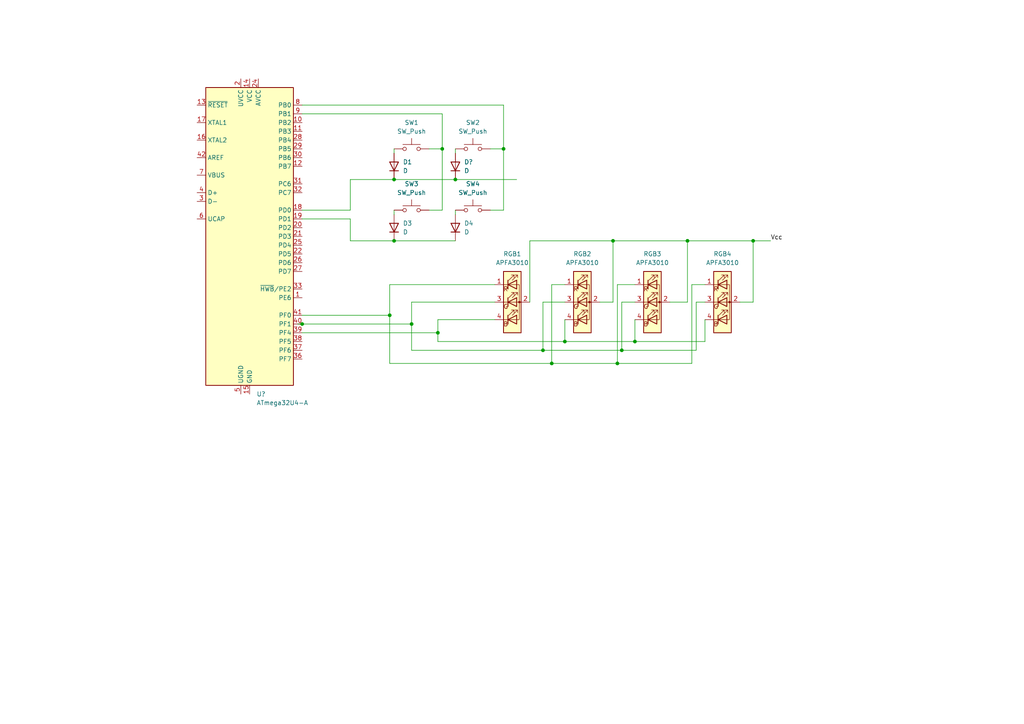
<source format=kicad_sch>
(kicad_sch (version 20211123) (generator eeschema)
  (paper "A4")
  (lib_symbols
    (symbol "Device:D" (pin_numbers hide) (pin_names (offset 1.016) hide)
      (property "Reference" "D" (at 0 2.54 0))
      (property "Value" "D" (at 0 -2.54 0))
      (symbol "D_0_1"
        (polyline (pts (xy -1.27 1.27) (xy -1.27 -1.27)) (stroke (width 0.254)))
        (polyline (pts (xy 1.27 0) (xy -1.27 0)))
        (polyline (pts (xy 1.27 1.27) (xy 1.27 -1.27) (xy -1.27 0) (xy 1.27 1.27)) (stroke (width 0.254)))
      )
      (symbol "D_1_1"
        (pin passive line (at -3.81 0 0) (length 2.54) (name "K") (number "1"))
        (pin passive line (at 3.81 0 180) (length 2.54) (name "A") (number "2"))
      )
    )
    (symbol "LED:APFA3010" (pin_names (offset 0) hide)
      (property "Reference" "D" (at 0 10.16 0))
      (property "Value" "APFA3010" (at 0 -10.16 0))
      (symbol "APFA3010_0_0"
        (text "B" (at -1.905 -6.35 0) (effects (font (size 1.27 1.27))))
        (text "G" (at -1.905 -1.27 0) (effects (font (size 1.27 1.27))))
        (text "R" (at -1.905 3.81 0) (effects (font (size 1.27 1.27))))
      )
      (symbol "APFA3010_0_1"
        (rectangle (start -2.54 -8.89) (end 2.54 8.89) (stroke (width 0.254)) (fill (type background)))
        (polyline (pts (xy -2.54 -5.08) (xy 1.27 -5.08)))
        (polyline (pts (xy -1.27 -3.81) (xy -1.27 -6.35)) (stroke (width 0.254)))
        (polyline (pts (xy -1.27 1.27) (xy -1.27 -1.27)) (stroke (width 0.254)))
        (polyline (pts (xy -1.27 6.35) (xy -1.27 3.81)) (stroke (width 0.254)))
        (polyline (pts (xy 1.27 5.08) (xy -2.54 5.08)))
        (polyline (pts (xy 2.54 0) (xy -2.54 0)))
        (polyline (pts (xy 1.27 -5.08) (xy 2.032 -5.08) (xy 2.032 5.08) (xy 1.27 5.08)))
        (polyline (pts (xy 1.27 -3.81) (xy 1.27 -6.35) (xy -1.27 -5.08) (xy 1.27 -3.81)) (stroke (width 0.254)))
        (polyline (pts (xy 1.27 1.27) (xy 1.27 -1.27) (xy -1.27 0) (xy 1.27 1.27)) (stroke (width 0.254)))
        (polyline (pts (xy 1.27 6.35) (xy 1.27 3.81) (xy -1.27 5.08) (xy 1.27 6.35)) (stroke (width 0.254)))
        (polyline (pts (xy -1.016 -3.81) (xy 0.508 -2.286) (xy -0.254 -2.286) (xy 0.508 -2.286) (xy 0.508 -3.048)))
        (polyline (pts (xy -1.016 1.27) (xy 0.508 2.794) (xy -0.254 2.794) (xy 0.508 2.794) (xy 0.508 2.032)))
        (polyline (pts (xy -1.016 6.35) (xy 0.508 7.874) (xy -0.254 7.874) (xy 0.508 7.874) (xy 0.508 7.112)))
        (polyline (pts (xy 0 -3.81) (xy 1.524 -2.286) (xy 0.762 -2.286) (xy 1.524 -2.286) (xy 1.524 -3.048)))
        (polyline (pts (xy 0 1.27) (xy 1.524 2.794) (xy 0.762 2.794) (xy 1.524 2.794) (xy 1.524 2.032)))
        (polyline (pts (xy 0 6.35) (xy 1.524 7.874) (xy 0.762 7.874) (xy 1.524 7.874) (xy 1.524 7.112)))
        (rectangle (start 1.27 6.35) (end 1.27 6.35))
        (circle (center 2.032 0) (radius 0.254) (fill (type outline)))
      )
      (symbol "APFA3010_1_1"
        (pin input line (at -5.08 5.08 0) (length 2.54) (name "R") (number "1"))
        (pin power_in line (at 5.08 0 180) (length 2.54) (name "A") (number "2"))
        (pin input line (at -5.08 0 0) (length 2.54) (name "G") (number "3"))
        (pin input line (at -5.08 -5.08 0) (length 2.54) (name "B") (number "4"))
      )
    )
    (symbol "MCU_Microchip_ATmega:ATmega32U4-A"
      (property "Reference" "U" (at -12.7 44.45 0))
      (property "Value" "ATmega32U4-A" (at 2.54 -44.45 0))
      (symbol "ATmega32U4-A_0_1"
        (rectangle (start -12.7 -43.18) (end 12.7 43.18) (stroke (width 0.254)) (fill (type background)))
      )
      (symbol "ATmega32U4-A_1_1"
        (pin bidirectional line (at 15.24 -17.78 180) (length 2.54) (name "PE6") (number "1"))
        (pin bidirectional line (at 15.24 33.02 180) (length 2.54) (name "PB2") (number "10"))
        (pin bidirectional line (at 15.24 30.48 180) (length 2.54) (name "PB3") (number "11"))
        (pin bidirectional line (at 15.24 20.32 180) (length 2.54) (name "PB7") (number "12"))
        (pin input line (at -15.24 38.1 0) (length 2.54) (name "~{RESET}") (number "13"))
        (pin power_in line (at 0 45.72 270) (length 2.54) (name "VCC") (number "14"))
        (pin power_in line (at 0 -45.72 90) (length 2.54) (name "GND") (number "15"))
        (pin output line (at -15.24 27.94 0) (length 2.54) (name "XTAL2") (number "16"))
        (pin input line (at -15.24 33.02 0) (length 2.54) (name "XTAL1") (number "17"))
        (pin bidirectional line (at 15.24 7.62 180) (length 2.54) (name "PD0") (number "18"))
        (pin bidirectional line (at 15.24 5.08 180) (length 2.54) (name "PD1") (number "19"))
        (pin power_in line (at -2.54 45.72 270) (length 2.54) (name "UVCC") (number "2"))
        (pin bidirectional line (at 15.24 2.54 180) (length 2.54) (name "PD2") (number "20"))
        (pin bidirectional line (at 15.24 0 180) (length 2.54) (name "PD3") (number "21"))
        (pin bidirectional line (at 15.24 -5.08 180) (length 2.54) (name "PD5") (number "22"))
        (pin passive line (at 0 -45.72 90) (length 2.54) hide (name "GND") (number "23"))
        (pin power_in line (at 2.54 45.72 270) (length 2.54) (name "AVCC") (number "24"))
        (pin bidirectional line (at 15.24 -2.54 180) (length 2.54) (name "PD4") (number "25"))
        (pin bidirectional line (at 15.24 -7.62 180) (length 2.54) (name "PD6") (number "26"))
        (pin bidirectional line (at 15.24 -10.16 180) (length 2.54) (name "PD7") (number "27"))
        (pin bidirectional line (at 15.24 27.94 180) (length 2.54) (name "PB4") (number "28"))
        (pin bidirectional line (at 15.24 25.4 180) (length 2.54) (name "PB5") (number "29"))
        (pin bidirectional line (at -15.24 10.16 0) (length 2.54) (name "D-") (number "3"))
        (pin bidirectional line (at 15.24 22.86 180) (length 2.54) (name "PB6") (number "30"))
        (pin bidirectional line (at 15.24 15.24 180) (length 2.54) (name "PC6") (number "31"))
        (pin bidirectional line (at 15.24 12.7 180) (length 2.54) (name "PC7") (number "32"))
        (pin bidirectional line (at 15.24 -15.24 180) (length 2.54) (name "~{HWB}/PE2") (number "33"))
        (pin passive line (at 0 45.72 270) (length 2.54) hide (name "VCC") (number "34"))
        (pin passive line (at 0 -45.72 90) (length 2.54) hide (name "GND") (number "35"))
        (pin bidirectional line (at 15.24 -35.56 180) (length 2.54) (name "PF7") (number "36"))
        (pin bidirectional line (at 15.24 -33.02 180) (length 2.54) (name "PF6") (number "37"))
        (pin bidirectional line (at 15.24 -30.48 180) (length 2.54) (name "PF5") (number "38"))
        (pin bidirectional line (at 15.24 -27.94 180) (length 2.54) (name "PF4") (number "39"))
        (pin bidirectional line (at -15.24 12.7 0) (length 2.54) (name "D+") (number "4"))
        (pin bidirectional line (at 15.24 -25.4 180) (length 2.54) (name "PF1") (number "40"))
        (pin bidirectional line (at 15.24 -22.86 180) (length 2.54) (name "PF0") (number "41"))
        (pin passive line (at -15.24 22.86 0) (length 2.54) (name "AREF") (number "42"))
        (pin passive line (at 0 -45.72 90) (length 2.54) hide (name "GND") (number "43"))
        (pin passive line (at 2.54 45.72 270) (length 2.54) hide (name "AVCC") (number "44"))
        (pin passive line (at -2.54 -45.72 90) (length 2.54) (name "UGND") (number "5"))
        (pin passive line (at -15.24 5.08 0) (length 2.54) (name "UCAP") (number "6"))
        (pin input line (at -15.24 17.78 0) (length 2.54) (name "VBUS") (number "7"))
        (pin bidirectional line (at 15.24 38.1 180) (length 2.54) (name "PB0") (number "8"))
        (pin bidirectional line (at 15.24 35.56 180) (length 2.54) (name "PB1") (number "9"))
      )
    )
    (symbol "Switch:SW_Push" (pin_numbers hide) (pin_names (offset 1.016) hide)
      (property "Reference" "SW" (at 1.27 2.54 0))
      (property "Value" "SW_Push" (at 0 -1.524 0))
      (symbol "SW_Push_0_1"
        (circle (center -2.032 0) (radius 0.508))
        (polyline (pts (xy 0 1.27) (xy 0 3.048)))
        (polyline (pts (xy 2.54 1.27) (xy -2.54 1.27)))
        (circle (center 2.032 0) (radius 0.508))
        (pin passive line (at -5.08 0 0) (length 2.54) (name "1") (number "1"))
        (pin passive line (at 5.08 0 180) (length 2.54) (name "2") (number "2"))
      )
    )
  )
  (junction (at 132.08 52.07))
  (junction (at 184.15 99.06))
  (junction (at 87.63 93.98))
  (junction (at 157.48 101.6))
  (junction (at 160.02 105.41))
  (junction (at 179.07 105.41))
  (junction (at 218.44 69.85))
  (junction (at 177.8 69.85))
  (junction (at 114.3 52.07))
  (junction (at 127 96.52))
  (junction (at 180.34 101.6))
  (junction (at 199.39 69.85))
  (junction (at 146.05 43.18))
  (junction (at 113.03 91.44))
  (junction (at 119.38 93.98))
  (junction (at 128.27 43.18))
  (junction (at 114.3 69.85))
  (junction (at 163.83 99.06))
  (wire (pts (xy 101.6 60.96) (xy 101.6 52.07)))
  (wire (pts (xy 146.05 43.18) (xy 146.05 60.96)))
  (wire (pts (xy 127 99.06) (xy 163.83 99.06)))
  (wire (pts (xy 132.08 60.96) (xy 132.08 62.23)))
  (wire (pts (xy 199.39 69.85) (xy 177.8 69.85)))
  (wire (pts (xy 128.27 33.02) (xy 128.27 43.18)))
  (wire (pts (xy 160.02 105.41) (xy 179.07 105.41)))
  (wire (pts (xy 113.03 105.41) (xy 160.02 105.41)))
  (wire (pts (xy 179.07 105.41) (xy 200.66 105.41)))
  (wire (pts (xy 119.38 93.98) (xy 119.38 87.63)))
  (wire (pts (xy 180.34 87.63) (xy 184.15 87.63)))
  (wire (pts (xy 113.03 82.55) (xy 143.51 82.55)))
  (wire (pts (xy 180.34 101.6) (xy 201.93 101.6)))
  (wire (pts (xy 146.05 30.48) (xy 146.05 43.18)))
  (wire (pts (xy 87.63 30.48) (xy 146.05 30.48)))
  (wire (pts (xy 200.66 82.55) (xy 204.47 82.55)))
  (wire (pts (xy 87.63 93.98) (xy 119.38 93.98)))
  (wire (pts (xy 173.99 87.63) (xy 177.8 87.63)))
  (wire (pts (xy 157.48 87.63) (xy 163.83 87.63)))
  (wire (pts (xy 87.63 60.96) (xy 101.6 60.96)))
  (wire (pts (xy 179.07 82.55) (xy 184.15 82.55)))
  (wire (pts (xy 177.8 87.63) (xy 177.8 69.85)))
  (wire (pts (xy 87.63 96.52) (xy 127 96.52)))
  (wire (pts (xy 223.52 69.85) (xy 218.44 69.85)))
  (wire (pts (xy 114.3 60.96) (xy 114.3 62.23)))
  (wire (pts (xy 114.3 52.07) (xy 132.08 52.07)))
  (wire (pts (xy 87.63 63.5) (xy 101.6 63.5)))
  (wire (pts (xy 200.66 105.41) (xy 200.66 82.55)))
  (wire (pts (xy 218.44 69.85) (xy 199.39 69.85)))
  (wire (pts (xy 87.63 91.44) (xy 113.03 91.44)))
  (wire (pts (xy 218.44 87.63) (xy 218.44 69.85)))
  (wire (pts (xy 127 92.71) (xy 143.51 92.71)))
  (wire (pts (xy 160.02 105.41) (xy 160.02 82.55)))
  (wire (pts (xy 113.03 91.44) (xy 113.03 82.55)))
  (wire (pts (xy 204.47 92.71) (xy 204.47 99.06)))
  (wire (pts (xy 128.27 43.18) (xy 128.27 60.96)))
  (wire (pts (xy 157.48 101.6) (xy 180.34 101.6)))
  (wire (pts (xy 87.63 33.02) (xy 128.27 33.02)))
  (wire (pts (xy 127 96.52) (xy 127 92.71)))
  (wire (pts (xy 132.08 43.18) (xy 132.08 44.45)))
  (wire (pts (xy 101.6 52.07) (xy 114.3 52.07)))
  (wire (pts (xy 124.46 60.96) (xy 128.27 60.96)))
  (wire (pts (xy 177.8 69.85) (xy 153.67 69.85)))
  (wire (pts (xy 199.39 87.63) (xy 199.39 69.85)))
  (wire (pts (xy 132.08 52.07) (xy 149.86 52.07)))
  (wire (pts (xy 157.48 101.6) (xy 157.48 87.63)))
  (wire (pts (xy 119.38 87.63) (xy 143.51 87.63)))
  (wire (pts (xy 179.07 105.41) (xy 179.07 82.55)))
  (wire (pts (xy 163.83 99.06) (xy 163.83 92.71)))
  (wire (pts (xy 194.31 87.63) (xy 199.39 87.63)))
  (wire (pts (xy 114.3 43.18) (xy 114.3 44.45)))
  (wire (pts (xy 124.46 43.18) (xy 128.27 43.18)))
  (wire (pts (xy 114.3 69.85) (xy 132.08 69.85)))
  (wire (pts (xy 142.24 60.96) (xy 146.05 60.96)))
  (wire (pts (xy 142.24 43.18) (xy 146.05 43.18)))
  (wire (pts (xy 201.93 101.6) (xy 201.93 87.63)))
  (wire (pts (xy 163.83 99.06) (xy 184.15 99.06)))
  (wire (pts (xy 127 96.52) (xy 127 99.06)))
  (wire (pts (xy 184.15 92.71) (xy 184.15 99.06)))
  (wire (pts (xy 180.34 101.6) (xy 180.34 87.63)))
  (wire (pts (xy 86.36 93.98) (xy 87.63 93.98)))
  (wire (pts (xy 119.38 101.6) (xy 157.48 101.6)))
  (wire (pts (xy 113.03 91.44) (xy 113.03 105.41)))
  (wire (pts (xy 160.02 82.55) (xy 163.83 82.55)))
  (wire (pts (xy 201.93 87.63) (xy 204.47 87.63)))
  (wire (pts (xy 119.38 93.98) (xy 119.38 101.6)))
  (wire (pts (xy 184.15 99.06) (xy 204.47 99.06)))
  (wire (pts (xy 214.63 87.63) (xy 218.44 87.63)))
  (wire (pts (xy 101.6 63.5) (xy 101.6 69.85)))
  (wire (pts (xy 153.67 69.85) (xy 153.67 87.63)))
  (wire (pts (xy 101.6 69.85) (xy 114.3 69.85)))
  (label "Vcc" (at 223.52 69.85 0))
  (symbol (lib_id "Switch:SW_Push") (at 137.16 43.18 0) (unit 1)
    (property "Reference" "SW2" (at 137.16 35.56 0))
    (property "Value" "SW_Push" (at 137.16 38.1 0))
  )
  (symbol (lib_id "Switch:SW_Push") (at 137.16 60.96 0) (unit 1)
    (property "Reference" "SW4" (at 137.16 53.34 0))
    (property "Value" "SW_Push" (at 137.16 55.88 0))
  )
  (symbol (lib_id "Device:D") (at 132.08 66.04 90) (unit 1)
    (property "Reference" "D4" (at 134.62 64.7699 90) (effects (justify right)))
    (property "Value" "D" (at 134.62 67.3099 90) (effects (justify right)))
  )
  (symbol (lib_id "LED:APFA3010") (at 209.55 87.63 0) (unit 1)
    (property "Reference" "RGB4" (at 209.55 73.66 0))
    (property "Value" "APFA3010" (at 209.55 76.2 0))
    (property "Footprint" "LED_SMD:LED_Kingbright_APFA3010_3x1.5mm_Horizontal" (effects hide))
    (property "Datasheet" "http://www.kingbrightusa.com/images/catalog/SPEC/APFA3010LSEEZGKQBKC.pdf" (effects hide))
  )
  (symbol (lib_id "Device:D") (at 114.3 66.04 90) (unit 1)
    (property "Reference" "D3" (at 116.84 64.7699 90) (effects (justify right)))
    (property "Value" "D" (at 116.84 67.3099 90) (effects (justify right)))
  )
  (symbol (lib_id "LED:APFA3010") (at 148.59 87.63 0) (unit 1)
    (property "Reference" "RGB1" (at 148.59 73.66 0))
    (property "Value" "APFA3010" (at 148.59 76.2 0))
    (property "Footprint" "LED_SMD:LED_Kingbright_APFA3010_3x1.5mm_Horizontal" (effects hide))
    (property "Datasheet" "http://www.kingbrightusa.com/images/catalog/SPEC/APFA3010LSEEZGKQBKC.pdf" (effects hide))
  )
  (symbol (lib_id "Switch:SW_Push") (at 119.38 60.96 0) (unit 1)
    (property "Reference" "SW3" (at 119.38 53.34 0))
    (property "Value" "SW_Push" (at 119.38 55.88 0))
  )
  (symbol (lib_id "Device:D") (at 132.08 48.26 90) (unit 1)
    (property "Reference" "D?" (at 134.62 46.9899 90) (effects (justify right)))
    (property "Value" "D" (at 134.62 49.5299 90) (effects (justify right)))
  )
  (symbol (lib_id "LED:APFA3010") (at 189.23 87.63 0) (unit 1)
    (property "Reference" "RGB3" (at 189.23 73.66 0))
    (property "Value" "APFA3010" (at 189.23 76.2 0))
    (property "Footprint" "LED_SMD:LED_Kingbright_APFA3010_3x1.5mm_Horizontal" (effects hide))
    (property "Datasheet" "http://www.kingbrightusa.com/images/catalog/SPEC/APFA3010LSEEZGKQBKC.pdf" (effects hide))
  )
  (symbol (lib_id "LED:APFA3010") (at 168.91 87.63 0) (unit 1)
    (property "Reference" "RGB2" (at 168.91 73.66 0))
    (property "Value" "APFA3010" (at 168.91 76.2 0))
    (property "Footprint" "LED_SMD:LED_Kingbright_APFA3010_3x1.5mm_Horizontal" (effects hide))
    (property "Datasheet" "http://www.kingbrightusa.com/images/catalog/SPEC/APFA3010LSEEZGKQBKC.pdf" (effects hide))
  )
  (symbol (lib_id "MCU_Microchip_ATmega:ATmega32U4-A") (at 72.39 68.58 0) (unit 1)
    (property "Reference" "U?" (at 74.4094 114.3 0) (effects (justify left)))
    (property "Value" "ATmega32U4-A" (at 74.4094 116.84 0) (effects (justify left)))
    (property "Footprint" "Package_QFP:TQFP-44_10x10mm_P0.8mm" (effects hide))
    (property "Datasheet" "http://ww1.microchip.com/downloads/en/DeviceDoc/Atmel-7766-8-bit-AVR-ATmega16U4-32U4_Datasheet.pdf" (effects hide))
  )
  (symbol (lib_id "Device:D") (at 114.3 48.26 90) (unit 1)
    (property "Reference" "D1" (at 116.84 46.9899 90) (effects (justify right)))
    (property "Value" "D" (at 116.84 49.5299 90) (effects (justify right)))
  )
  (symbol (lib_id "Switch:SW_Push") (at 119.38 43.18 0) (unit 1)
    (property "Reference" "SW1" (at 119.38 35.56 0))
    (property "Value" "SW_Push" (at 119.38 38.1 0))
  )
)
</source>
